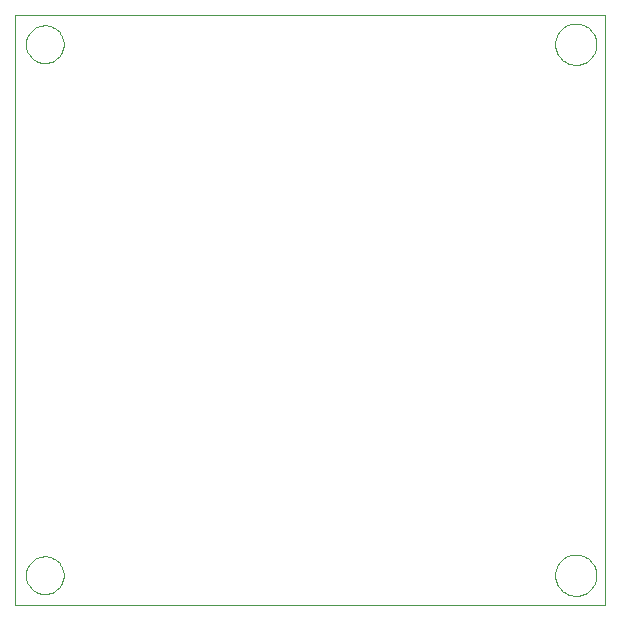
<source format=gbo>
G75*
G70*
%OFA0B0*%
%FSLAX24Y24*%
%IPPOS*%
%LPD*%
%AMOC8*
5,1,8,0,0,1.08239X$1,22.5*
%
%ADD10C,0.0000*%
D10*
X002125Y000100D02*
X002125Y019785D01*
X021810Y019785D01*
X021810Y000100D01*
X002125Y000100D01*
X002495Y001100D02*
X002497Y001150D01*
X002503Y001200D01*
X002513Y001249D01*
X002527Y001297D01*
X002544Y001344D01*
X002565Y001389D01*
X002590Y001433D01*
X002618Y001474D01*
X002650Y001513D01*
X002684Y001550D01*
X002721Y001584D01*
X002761Y001614D01*
X002803Y001641D01*
X002847Y001665D01*
X002893Y001686D01*
X002940Y001702D01*
X002988Y001715D01*
X003038Y001724D01*
X003087Y001729D01*
X003138Y001730D01*
X003188Y001727D01*
X003237Y001720D01*
X003286Y001709D01*
X003334Y001694D01*
X003380Y001676D01*
X003425Y001654D01*
X003468Y001628D01*
X003509Y001599D01*
X003548Y001567D01*
X003584Y001532D01*
X003616Y001494D01*
X003646Y001454D01*
X003673Y001411D01*
X003696Y001367D01*
X003715Y001321D01*
X003731Y001273D01*
X003743Y001224D01*
X003751Y001175D01*
X003755Y001125D01*
X003755Y001075D01*
X003751Y001025D01*
X003743Y000976D01*
X003731Y000927D01*
X003715Y000879D01*
X003696Y000833D01*
X003673Y000789D01*
X003646Y000746D01*
X003616Y000706D01*
X003584Y000668D01*
X003548Y000633D01*
X003509Y000601D01*
X003468Y000572D01*
X003425Y000546D01*
X003380Y000524D01*
X003334Y000506D01*
X003286Y000491D01*
X003237Y000480D01*
X003188Y000473D01*
X003138Y000470D01*
X003087Y000471D01*
X003038Y000476D01*
X002988Y000485D01*
X002940Y000498D01*
X002893Y000514D01*
X002847Y000535D01*
X002803Y000559D01*
X002761Y000586D01*
X002721Y000616D01*
X002684Y000650D01*
X002650Y000687D01*
X002618Y000726D01*
X002590Y000767D01*
X002565Y000811D01*
X002544Y000856D01*
X002527Y000903D01*
X002513Y000951D01*
X002503Y001000D01*
X002497Y001050D01*
X002495Y001100D01*
X020136Y001100D02*
X020138Y001152D01*
X020144Y001204D01*
X020154Y001255D01*
X020167Y001305D01*
X020185Y001355D01*
X020206Y001402D01*
X020230Y001448D01*
X020259Y001492D01*
X020290Y001534D01*
X020324Y001573D01*
X020361Y001610D01*
X020401Y001643D01*
X020444Y001674D01*
X020488Y001701D01*
X020534Y001725D01*
X020583Y001745D01*
X020632Y001761D01*
X020683Y001774D01*
X020734Y001783D01*
X020786Y001788D01*
X020838Y001789D01*
X020890Y001786D01*
X020942Y001779D01*
X020993Y001768D01*
X021043Y001754D01*
X021092Y001735D01*
X021139Y001713D01*
X021184Y001688D01*
X021228Y001659D01*
X021269Y001627D01*
X021308Y001592D01*
X021343Y001554D01*
X021376Y001513D01*
X021406Y001471D01*
X021432Y001426D01*
X021455Y001379D01*
X021474Y001330D01*
X021490Y001280D01*
X021502Y001230D01*
X021510Y001178D01*
X021514Y001126D01*
X021514Y001074D01*
X021510Y001022D01*
X021502Y000970D01*
X021490Y000920D01*
X021474Y000870D01*
X021455Y000821D01*
X021432Y000774D01*
X021406Y000729D01*
X021376Y000687D01*
X021343Y000646D01*
X021308Y000608D01*
X021269Y000573D01*
X021228Y000541D01*
X021184Y000512D01*
X021139Y000487D01*
X021092Y000465D01*
X021043Y000446D01*
X020993Y000432D01*
X020942Y000421D01*
X020890Y000414D01*
X020838Y000411D01*
X020786Y000412D01*
X020734Y000417D01*
X020683Y000426D01*
X020632Y000439D01*
X020583Y000455D01*
X020534Y000475D01*
X020488Y000499D01*
X020444Y000526D01*
X020401Y000557D01*
X020361Y000590D01*
X020324Y000627D01*
X020290Y000666D01*
X020259Y000708D01*
X020230Y000752D01*
X020206Y000798D01*
X020185Y000845D01*
X020167Y000895D01*
X020154Y000945D01*
X020144Y000996D01*
X020138Y001048D01*
X020136Y001100D01*
X020136Y018800D02*
X020138Y018852D01*
X020144Y018904D01*
X020154Y018955D01*
X020167Y019005D01*
X020185Y019055D01*
X020206Y019102D01*
X020230Y019148D01*
X020259Y019192D01*
X020290Y019234D01*
X020324Y019273D01*
X020361Y019310D01*
X020401Y019343D01*
X020444Y019374D01*
X020488Y019401D01*
X020534Y019425D01*
X020583Y019445D01*
X020632Y019461D01*
X020683Y019474D01*
X020734Y019483D01*
X020786Y019488D01*
X020838Y019489D01*
X020890Y019486D01*
X020942Y019479D01*
X020993Y019468D01*
X021043Y019454D01*
X021092Y019435D01*
X021139Y019413D01*
X021184Y019388D01*
X021228Y019359D01*
X021269Y019327D01*
X021308Y019292D01*
X021343Y019254D01*
X021376Y019213D01*
X021406Y019171D01*
X021432Y019126D01*
X021455Y019079D01*
X021474Y019030D01*
X021490Y018980D01*
X021502Y018930D01*
X021510Y018878D01*
X021514Y018826D01*
X021514Y018774D01*
X021510Y018722D01*
X021502Y018670D01*
X021490Y018620D01*
X021474Y018570D01*
X021455Y018521D01*
X021432Y018474D01*
X021406Y018429D01*
X021376Y018387D01*
X021343Y018346D01*
X021308Y018308D01*
X021269Y018273D01*
X021228Y018241D01*
X021184Y018212D01*
X021139Y018187D01*
X021092Y018165D01*
X021043Y018146D01*
X020993Y018132D01*
X020942Y018121D01*
X020890Y018114D01*
X020838Y018111D01*
X020786Y018112D01*
X020734Y018117D01*
X020683Y018126D01*
X020632Y018139D01*
X020583Y018155D01*
X020534Y018175D01*
X020488Y018199D01*
X020444Y018226D01*
X020401Y018257D01*
X020361Y018290D01*
X020324Y018327D01*
X020290Y018366D01*
X020259Y018408D01*
X020230Y018452D01*
X020206Y018498D01*
X020185Y018545D01*
X020167Y018595D01*
X020154Y018645D01*
X020144Y018696D01*
X020138Y018748D01*
X020136Y018800D01*
X002495Y018800D02*
X002497Y018850D01*
X002503Y018900D01*
X002513Y018949D01*
X002527Y018997D01*
X002544Y019044D01*
X002565Y019089D01*
X002590Y019133D01*
X002618Y019174D01*
X002650Y019213D01*
X002684Y019250D01*
X002721Y019284D01*
X002761Y019314D01*
X002803Y019341D01*
X002847Y019365D01*
X002893Y019386D01*
X002940Y019402D01*
X002988Y019415D01*
X003038Y019424D01*
X003087Y019429D01*
X003138Y019430D01*
X003188Y019427D01*
X003237Y019420D01*
X003286Y019409D01*
X003334Y019394D01*
X003380Y019376D01*
X003425Y019354D01*
X003468Y019328D01*
X003509Y019299D01*
X003548Y019267D01*
X003584Y019232D01*
X003616Y019194D01*
X003646Y019154D01*
X003673Y019111D01*
X003696Y019067D01*
X003715Y019021D01*
X003731Y018973D01*
X003743Y018924D01*
X003751Y018875D01*
X003755Y018825D01*
X003755Y018775D01*
X003751Y018725D01*
X003743Y018676D01*
X003731Y018627D01*
X003715Y018579D01*
X003696Y018533D01*
X003673Y018489D01*
X003646Y018446D01*
X003616Y018406D01*
X003584Y018368D01*
X003548Y018333D01*
X003509Y018301D01*
X003468Y018272D01*
X003425Y018246D01*
X003380Y018224D01*
X003334Y018206D01*
X003286Y018191D01*
X003237Y018180D01*
X003188Y018173D01*
X003138Y018170D01*
X003087Y018171D01*
X003038Y018176D01*
X002988Y018185D01*
X002940Y018198D01*
X002893Y018214D01*
X002847Y018235D01*
X002803Y018259D01*
X002761Y018286D01*
X002721Y018316D01*
X002684Y018350D01*
X002650Y018387D01*
X002618Y018426D01*
X002590Y018467D01*
X002565Y018511D01*
X002544Y018556D01*
X002527Y018603D01*
X002513Y018651D01*
X002503Y018700D01*
X002497Y018750D01*
X002495Y018800D01*
M02*

</source>
